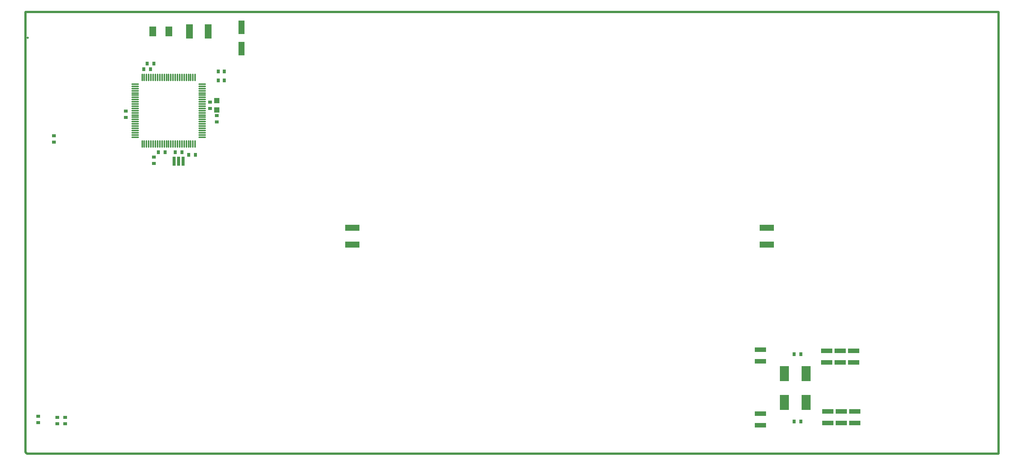
<source format=gbp>
G04 Layer_Color=128*
%FSLAX42Y42*%
%MOMM*%
G71*
G01*
G75*
%ADD12R,0.90X0.70*%
%ADD13R,0.80X0.90*%
%ADD14R,0.70X0.90*%
%ADD15R,1.42X3.02*%
%ADD23R,1.52X2.18*%
%ADD32R,0.90X0.80*%
%ADD33R,3.30X1.40*%
%ADD34R,2.60X1.10*%
%ADD35R,2.00X3.50*%
%ADD41C,0.50*%
%ADD55R,1.55X3.30*%
%ADD56R,0.71X2.01*%
%ADD57R,1.22X1.22*%
%ADD58O,0.30X1.80*%
%ADD59O,1.80X0.30*%
D12*
X6528Y8510D02*
D03*
Y8660D02*
D03*
X5105Y7570D02*
D03*
Y7720D02*
D03*
X2921Y1828D02*
D03*
Y1678D02*
D03*
X3099Y1828D02*
D03*
Y1678D02*
D03*
X2489Y1853D02*
D03*
Y1703D02*
D03*
D13*
X6559Y9449D02*
D03*
X6699D02*
D03*
X6559Y9652D02*
D03*
X6699D02*
D03*
D14*
X5358Y7823D02*
D03*
X5208D02*
D03*
X4954Y9830D02*
D03*
X5104D02*
D03*
X4878Y9703D02*
D03*
X5028D02*
D03*
X5739Y7823D02*
D03*
X5589D02*
D03*
X6044Y7772D02*
D03*
X5894D02*
D03*
X19585Y3251D02*
D03*
X19735D02*
D03*
X19585Y1727D02*
D03*
X19735D02*
D03*
D15*
X7087Y10655D02*
D03*
Y10174D02*
D03*
D23*
X5442Y10566D02*
D03*
X5074D02*
D03*
D32*
X6377Y8960D02*
D03*
Y8820D02*
D03*
X4470Y8617D02*
D03*
Y8757D02*
D03*
X2839Y8058D02*
D03*
Y8198D02*
D03*
D33*
X9590Y5735D02*
D03*
Y6115D02*
D03*
X18962Y5735D02*
D03*
Y6115D02*
D03*
D34*
X18821Y3091D02*
D03*
Y3361D02*
D03*
X20625Y3065D02*
D03*
Y3335D02*
D03*
X20930Y3065D02*
D03*
Y3335D02*
D03*
X20320Y3065D02*
D03*
Y3335D02*
D03*
X18821Y1643D02*
D03*
Y1913D02*
D03*
X20345Y1694D02*
D03*
Y1964D02*
D03*
X20650Y1694D02*
D03*
Y1964D02*
D03*
X20954Y1694D02*
D03*
Y1964D02*
D03*
D35*
X19854Y2819D02*
D03*
X19364D02*
D03*
X19854Y2159D02*
D03*
X19364D02*
D03*
D41*
X2202Y11000D02*
X24206Y11000D01*
X2251Y10420D02*
X2253Y10422D01*
X2200Y1041D02*
Y10998D01*
Y1035D02*
Y1041D01*
Y1035D02*
X2235Y1000D01*
X17297D01*
X24206Y1000D01*
X24206Y11000D01*
D55*
X5911Y10566D02*
D03*
X6331D02*
D03*
D56*
X5563Y7620D02*
D03*
X5664D02*
D03*
X5764D02*
D03*
D57*
X6528Y8997D02*
D03*
Y8785D02*
D03*
D58*
X6037Y9524D02*
D03*
X5987D02*
D03*
X5937D02*
D03*
X5887D02*
D03*
X5837D02*
D03*
X5787D02*
D03*
X5737D02*
D03*
X5687D02*
D03*
X5637D02*
D03*
X5587D02*
D03*
X5537D02*
D03*
X5487D02*
D03*
X5437D02*
D03*
X5387D02*
D03*
X5337D02*
D03*
X5287D02*
D03*
X5237D02*
D03*
X5187D02*
D03*
X5137D02*
D03*
X5087D02*
D03*
X5037D02*
D03*
X4987D02*
D03*
X4937D02*
D03*
X4887D02*
D03*
X4837D02*
D03*
Y8014D02*
D03*
X4887D02*
D03*
X4937D02*
D03*
X4987D02*
D03*
X5037D02*
D03*
X5087D02*
D03*
X5137D02*
D03*
X5187D02*
D03*
X5237D02*
D03*
X5287D02*
D03*
X5337D02*
D03*
X5387D02*
D03*
X5437D02*
D03*
X5487D02*
D03*
X5537D02*
D03*
X5587D02*
D03*
X5637D02*
D03*
X5687D02*
D03*
X5737D02*
D03*
X5787D02*
D03*
X5837D02*
D03*
X5887D02*
D03*
X5937D02*
D03*
X5987D02*
D03*
X6037D02*
D03*
D59*
X4682Y9369D02*
D03*
Y9319D02*
D03*
Y9269D02*
D03*
Y9219D02*
D03*
Y9169D02*
D03*
Y9119D02*
D03*
Y9069D02*
D03*
Y9019D02*
D03*
Y8969D02*
D03*
Y8919D02*
D03*
Y8869D02*
D03*
Y8819D02*
D03*
Y8769D02*
D03*
Y8719D02*
D03*
Y8669D02*
D03*
Y8619D02*
D03*
Y8569D02*
D03*
Y8519D02*
D03*
Y8469D02*
D03*
Y8419D02*
D03*
Y8369D02*
D03*
Y8319D02*
D03*
Y8269D02*
D03*
Y8219D02*
D03*
Y8169D02*
D03*
X6192D02*
D03*
Y8219D02*
D03*
Y8269D02*
D03*
Y8319D02*
D03*
Y8369D02*
D03*
Y8419D02*
D03*
Y8469D02*
D03*
Y8519D02*
D03*
Y8569D02*
D03*
Y8619D02*
D03*
Y8669D02*
D03*
Y8719D02*
D03*
Y8769D02*
D03*
Y8819D02*
D03*
Y8869D02*
D03*
Y8919D02*
D03*
Y8969D02*
D03*
Y9019D02*
D03*
Y9069D02*
D03*
Y9119D02*
D03*
Y9169D02*
D03*
Y9219D02*
D03*
Y9269D02*
D03*
Y9319D02*
D03*
Y9369D02*
D03*
M02*

</source>
